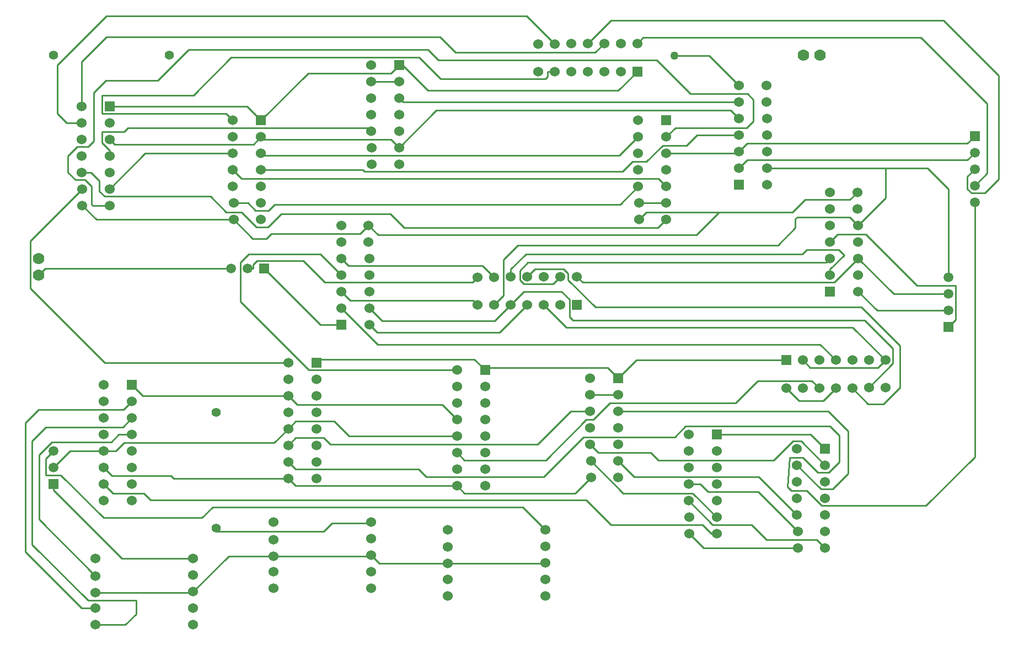
<source format=gbl>
%FSTAX23Y23*%
%MOIN*%
%SFA1B1*%

%IPPOS*%
%ADD12C,0.010000*%
%ADD22C,0.055120*%
%ADD23C,0.060000*%
%ADD24C,0.059060*%
%ADD25R,0.059060X0.059060*%
%ADD26C,0.070000*%
%ADD27R,0.060000X0.060000*%
%ADD28R,0.059060X0.059060*%
%ADD29R,0.060000X0.060000*%
%ADD30C,0.050000*%
%LNpcb1-1*%
%LPD*%
G54D12*
X06847Y03775D02*
X0693Y03858D01*
X06765Y03775D02*
X06847D01*
X0693Y03858D02*
Y04485D01*
X06595Y0482D02*
X0693Y04485D01*
X01045Y02385D02*
X01125Y02465D01*
X01045Y01606D02*
Y02385D01*
Y01606D02*
X01386Y01265D01*
X01715Y0123D02*
Y01313D01*
X0165Y01165D02*
X01715Y0123D01*
X0147Y01165D02*
X0165D01*
X029Y0178D02*
X0314D01*
X022Y0173D02*
X0285D01*
X029Y0178*
X0442Y023D02*
X04971D01*
X0418Y0206D02*
X0442Y023D01*
X03468Y0206D02*
X0418D01*
X05886Y03356D02*
X0591Y0338D01*
X04084Y03356D02*
X05886D01*
X06246Y03925D02*
X065D01*
X06245Y03923D02*
X06246Y03925D01*
X06245Y03745D02*
Y03923D01*
X0608Y0358D02*
X06245Y03745D01*
X0646Y04715D02*
X0686Y04315D01*
X0478Y04715D02*
X0646D01*
X04745Y0468D02*
X0478Y04715D01*
X0686Y03895D02*
Y04315D01*
X04585Y0482D02*
X06595D01*
X04075Y04845D02*
X04245Y04675D01*
X01536Y04845D02*
X04075D01*
X0124Y04549D02*
X01536Y04845D01*
X01295Y042D02*
X01385D01*
X0124Y04255D02*
X01295Y042D01*
X0124Y04255D02*
Y04549D01*
X02423Y0332D02*
Y03342D01*
X0242Y035D02*
X02501D01*
X02531Y0353*
X02305Y03615D02*
X0242Y035D01*
X0307Y0353D02*
X0312Y0358D01*
X02531Y0353D02*
X0307D01*
X01425Y01313D02*
X01715D01*
X04185Y01535D02*
X0419Y0154D01*
X0313Y0158D02*
X03135Y01585D01*
X02545Y0158D02*
X0313D01*
X01845Y04455D02*
X02033Y04643D01*
X01533Y04455D02*
X01845D01*
X01459Y04381D02*
X01533Y04455D01*
X01405Y03855D02*
X01445Y03815D01*
Y03708D02*
Y03815D01*
Y03708D02*
X01453Y037D01*
X04565Y0272D02*
X0463Y02655D01*
X0384Y0272D02*
X04565D01*
X03825Y02705D02*
X0384Y0272D01*
X0376Y0277D02*
X03825Y02705D01*
X02825Y0277D02*
X0376D01*
X02805Y0275D02*
X02825Y0277D01*
X05445Y0421D02*
Y0434D01*
X05405Y0417D02*
X05445Y0421D01*
X04975Y0417D02*
X05405D01*
X05411Y04374D02*
X05445Y0434D01*
X05067Y04374D02*
X05411D01*
X0247Y04015D02*
X02483Y04002D01*
X0247Y04115D02*
X02485Y041D01*
X0348Y04395D02*
X0463D01*
X03325Y0455D02*
X0348Y04395D01*
X03305Y0455D02*
X03325D01*
X0463Y04395D02*
X04745Y0451D01*
X03555Y04465D02*
X0419D01*
X03425Y04595D02*
X03555Y04465D01*
X0229Y04595D02*
X03425D01*
X04861Y0458D02*
X05067Y04374D01*
X03544Y0458D02*
X04861D01*
X0348Y04643D02*
X03544Y0458D01*
X01535Y0472D02*
X03551D01*
X01385Y0457D02*
X01535Y0472D01*
X01385Y043D02*
Y0457D01*
X03551Y0472D02*
X03647Y04624D01*
X0535Y04015D02*
X0536Y04025D01*
X0492Y04015D02*
X0535D01*
X0406Y03225D02*
X04235D01*
X04035Y0325D02*
X0406Y03225D01*
X04235D02*
X0428Y0327D01*
X05742Y03405D02*
X0577Y03433D01*
X04071Y03405D02*
X05742D01*
X0398Y03314D02*
X04071Y03405D01*
X05595Y0346D02*
X057Y03565D01*
X04021Y0346D02*
X05595D01*
X03935Y03373D02*
X04021Y0346D01*
X057Y03565D02*
Y03618D01*
X05711Y0363D02*
X0603D01*
X057Y03618D02*
X05711Y0363D01*
X0524Y0366D02*
X05683D01*
X048D02*
X0524D01*
X05102Y03522D02*
X0524Y0366D01*
X03178Y03522D02*
X05102D01*
X05758Y03735D02*
X0603D01*
X05683Y0366D02*
X05758Y03735D01*
X06785Y0382D02*
X0686Y03895D01*
X04445Y0468D02*
X04585Y0482D01*
X02055Y0136D02*
X0206Y01365D01*
X0147Y0136D02*
X02055D01*
X0117Y0236D02*
X01635D01*
X01087Y02277D02*
X0117Y0236D01*
X01087Y0165D02*
Y02277D01*
X01125Y02465D02*
X0164D01*
X06785Y0218D02*
Y0372D01*
X0649Y01885D02*
X06785Y0218D01*
X0586Y01885D02*
X0649D01*
X0163Y01565D02*
X0206D01*
X01215Y0198D02*
X0163Y01565D01*
X01215Y0198D02*
Y02015D01*
X02726Y03364D02*
X02856Y03235D01*
X02445Y03364D02*
X02726D01*
X02423Y03342D02*
X02445Y03364D01*
X0553Y03925D02*
X06245D01*
X0247Y04215D02*
X02755Y045D01*
X03255*
X03305Y0455*
X0249Y0332D02*
X0283Y0298D01*
X02955*
X01755Y0255D02*
X02635D01*
X0169Y02615D02*
X01755Y0255D01*
X02635D02*
X0269Y02495D01*
X03565*
X03655Y02405*
X0463Y02655D02*
X0474Y02765D01*
X05645*
X02828Y03406D02*
X02955Y0328D01*
X02396Y03406D02*
X02828D01*
X02345Y03354D02*
X02396Y03406D01*
X02345Y0312D02*
Y03354D01*
Y0312D02*
X0276Y02705D01*
X03655*
X05645Y02595D02*
X05721Y02518D01*
X05868*
X05945Y02595*
X0239Y0332D02*
X02423D01*
X02856Y03235D02*
X0375D01*
X0378Y03265*
X03655Y02005D02*
X037Y0196D01*
X0437*
X04465Y02055*
X0312Y0358D02*
X03178Y03522D01*
X02635Y0215D02*
X0268Y02105D01*
X03423*
X03468Y0206*
X04971Y023D02*
X05037Y02366D01*
X05908*
X05966Y02308*
Y0215D02*
Y02308D01*
X05901Y02085D02*
X05966Y0215D01*
X05835Y02085D02*
X05901D01*
X05745Y02175D02*
X05835Y02085D01*
X05665Y02175D02*
X05745D01*
X05651Y02D02*
X05665Y02175D01*
X05651Y02D02*
X05676Y01975D01*
X0577*
X0586Y01885*
X0548Y0206D02*
X0571Y0183D01*
X04725Y0206D02*
X0548D01*
X0463Y02155D02*
X04725Y0206D01*
X04203Y0451D02*
X04245D01*
X04203Y04478D02*
Y0451D01*
X0419Y04465D02*
X04203Y04478D01*
X02061Y04366D02*
X0229Y04595D01*
X0151Y04366D02*
X02061D01*
X0151Y04255D02*
Y04366D01*
Y04255D02*
X0226D01*
X023Y04215*
X0536Y04025D02*
X0541Y04075D01*
X0674*
X06785Y0412*
X03125Y0298D02*
X03173Y02932D01*
X03912*
X0408Y031*
X0585Y02859D02*
X05945Y02765D01*
X03175Y02859D02*
X0585D01*
X02955Y0308D02*
X03175Y02859D01*
X0492Y04115D02*
X04975Y0417D01*
X02033Y04643D02*
X0348D01*
X01459Y04089D02*
Y04381D01*
X01425Y04055D02*
X01459Y04089D01*
X01358Y04055D02*
X01425D01*
X01303Y04D02*
X01358Y04055D01*
X01303Y039D02*
Y04D01*
Y039D02*
X01348Y03855D01*
X01405*
X01453Y037D02*
X01555D01*
X01075Y03485D02*
X0139Y038D01*
X01075Y032D02*
Y03485D01*
Y032D02*
X01525Y0275D01*
X02635*
X04341Y02455D02*
X0446D01*
X04142Y02256D02*
X04341Y02455D01*
X02889Y02256D02*
X04142D01*
X0285Y02295D02*
X02889Y02256D01*
X0268Y02295D02*
X0285D01*
X02635Y0225D02*
X0268Y02295D01*
X05194Y01715D02*
X05225D01*
X05139Y0177D02*
X05194Y01715D01*
X04586Y0177D02*
X05139D01*
X04437Y01918D02*
X04586Y0177D01*
X01802Y01918D02*
X04437D01*
X01761Y0196D02*
X01802Y01918D01*
X01575Y0196D02*
X01761D01*
X0152Y02015D02*
X01575Y0196D01*
X04489Y04624D02*
X04545Y0468D01*
X03647Y04624D02*
X04489D01*
X05055Y02015D02*
X05126D01*
X05171Y0197*
X05475*
X05715Y0173*
X0497Y04605D02*
X0518D01*
X0536Y04425*
X02425Y0407D02*
X0247Y04115D01*
X01585Y0407D02*
X02425D01*
X01555Y041D02*
X01585Y0407D01*
X0531Y04275D02*
X0536Y04225D01*
X0353Y04275D02*
X0531D01*
X03305Y0405D02*
X0353Y04275D01*
X04465Y02155D02*
X0466Y0196D01*
X0508*
X05225Y01815*
X0536Y03925D02*
X0541Y03975D01*
X0674*
X06785Y0402*
X0333Y04325D02*
X0536D01*
X03305Y0435D02*
X0333Y04325D01*
X01555Y04D02*
Y04033D01*
X0151Y04078D02*
X01555Y04033D01*
X0151Y04078D02*
Y04145D01*
X01642*
X01665Y04168*
X03117*
X03135Y0415*
X01165Y0332D02*
X0229D01*
X01125Y0328D02*
X01165Y0332D01*
X058Y0264D02*
X05845Y02595D01*
X05473Y0264D02*
X058D01*
X05338Y02505D02*
X05473Y0264D01*
X0458Y02505D02*
X05338D01*
X0448Y02405D02*
X0458Y02505D01*
X04437Y02405D02*
X0448D01*
X04192Y0216D02*
X04437Y02405D01*
X037Y0216D02*
X04192D01*
X03655Y02205D02*
X037Y0216D01*
X0152Y02215D02*
X01593D01*
X01643Y02265*
X0255*
X02635Y0235*
X0591Y0348D02*
X05955Y03525D01*
X06125*
X06435Y03215*
X0667*
Y0301D02*
Y03215D01*
X06625Y02965D02*
X0667Y0301D01*
X04053Y01877D02*
X0419Y0174D01*
X0218Y01877D02*
X04053D01*
X02114Y01811D02*
X0218Y01877D01*
X01519Y01811D02*
X02114D01*
X0126Y0207D02*
X01519Y01811D01*
X0117Y0207D02*
X0126D01*
X0117D02*
Y0217D01*
X01215Y02215*
X03135Y01785D02*
X0314Y0178D01*
X03185Y01535D02*
X036D01*
X03135Y01585D02*
X03185Y01535D01*
X01128Y01801D02*
X0147Y0146D01*
X01128Y01801D02*
Y02193D01*
X01205Y0227*
X01565*
X0161Y02315*
X0169*
X01087Y0165D02*
X01425Y01313D01*
X01635Y0236D02*
X0169Y02415D01*
X05225Y02315D02*
X05673D01*
X05674Y02316*
X05793*
X0588Y0223*
X0446Y02255D02*
X0451Y02205D01*
X04826*
X04871Y0216*
X0557*
X05685Y02275*
X05735*
X0588Y0213*
X0571D02*
X05855Y01985D01*
X05925*
X06018Y02078*
Y02336*
X059Y02455D02*
X06018Y02336D01*
X0463Y02455D02*
X059D01*
X0247Y03915D02*
X03085D01*
X03095Y03905*
X04655*
X04715Y03965*
X048*
X04898Y04063*
X05044*
X05106Y04125*
X0536*
X062Y0272D02*
X06245Y02765D01*
X0579Y0272D02*
X062D01*
X05745Y02765D02*
X0579Y0272D01*
X04035Y03307D02*
X04084Y03356D01*
X04035Y0325D02*
Y03307D01*
X02635Y0205D02*
X0268Y02005D01*
X03655*
X06295Y03165D02*
X06625D01*
X0608Y0338D02*
X06295Y03165D01*
X0591Y0328D02*
Y03315D01*
X05995Y034*
X05962Y03433D02*
X05995Y034D01*
X0577Y03433D02*
X05962D01*
X0398Y0327D02*
Y03314D01*
Y031D02*
X04059Y03179D01*
X04286*
X04335Y03131*
Y03026D02*
Y03131D01*
Y03026D02*
X04357Y03004D01*
X0612*
X0629Y02834*
Y02745D02*
Y02834D01*
X06145Y026D02*
X0629Y02745D01*
X01315Y02215D02*
X0152D01*
X01215Y02115D02*
X01315Y02215D01*
X01941Y0205D02*
X02635D01*
X01926Y02065D02*
X01941Y0205D01*
X0157Y02065D02*
X01926D01*
X0152Y02115D02*
X0157Y02065D01*
X05145Y0163D02*
X05715D01*
X0506Y01715D02*
X05145Y0163D01*
X0164Y02465D02*
X0169Y02515D01*
X01386Y01265D02*
X0147D01*
X0674Y038D02*
X06765Y03775D01*
X0674Y038D02*
Y03875D01*
X06785Y0392*
X01385Y039D02*
X01442D01*
X01492Y0385*
Y03787D02*
Y0385D01*
Y03787D02*
X01525Y03755D01*
X02165*
X0226Y0366*
X02353*
X02443Y0357*
X02513*
X02592Y03649*
X03252*
X03337Y03564*
X04869*
X0492Y03615*
X03002Y02305D02*
X03655D01*
X02912Y02395D02*
X03002Y02305D01*
X0268Y02395D02*
X02912D01*
X02635Y0235D02*
X0268Y02395D01*
X06045Y02595D02*
X0614Y025D01*
X06232*
X06332Y026*
Y02852*
X061Y03084D02*
X06332Y02852D01*
X04491Y03084D02*
X061D01*
X04325Y0325D02*
X04491Y03084D01*
X04325Y0325D02*
Y0329D01*
X043Y03315D02*
X04325Y0329D01*
X04125Y03315D02*
X043D01*
X0408Y0327D02*
X04125Y03315D01*
X0603Y0363D02*
X0608Y0358D01*
X03935Y03155D02*
Y03373D01*
X0388Y031D02*
X03935Y03155D01*
X06195Y03065D02*
X06625D01*
X0608Y0318D02*
X06195Y03065D01*
X0418Y031D02*
X04317Y02962D01*
X06047*
X06245Y02765*
X03125Y0308D02*
X03203Y03002D01*
X03882*
X0398Y031*
X06625Y03265D02*
Y038D01*
X065Y03925D02*
X06625Y038D01*
X01475Y03615D02*
X02305D01*
X0139Y037D02*
X01475Y03615D01*
X0438Y0327D02*
X04415Y03235D01*
X05935*
X0608Y0338*
X02385Y043D02*
X0247Y04215D01*
X01555Y043D02*
X02385D01*
X0381Y03335D02*
X0388Y03265D01*
X03Y03335D02*
X0381D01*
X02955Y0338D02*
X03Y03335D01*
X04642Y03707D02*
X0475Y03815D01*
X02552Y03707D02*
X04642D01*
X02515Y0367D02*
X02552Y03707D01*
X02436Y0367D02*
X02515D01*
X02391Y03715D02*
X02436Y0367D01*
X02305Y03715D02*
X02391D01*
X036Y01535D02*
X04185D01*
X02275Y0158D02*
X02545D01*
X0206Y01365D02*
X02275Y0158D01*
X05055Y01915D02*
X052Y0177D01*
X05436*
X05526Y0168*
X0583*
X0588Y0163*
X01555Y038D02*
X0177Y04015D01*
X023*
X04755Y03615D02*
X048Y0366D01*
X0603Y03735D02*
X06075Y0378D01*
X03753Y03127D02*
X0378Y031D01*
X03008Y03127D02*
X03753D01*
X02955Y0318D02*
X03008Y03127D01*
X02485Y041D02*
X03255D01*
X03305Y0405*
X04871Y03863D02*
X0492Y03815D01*
X02351Y03863D02*
X04871D01*
X023Y03915D02*
X02351Y03863D01*
X02483Y04002D02*
X04637D01*
X0475Y04115*
X04755Y03715D02*
X0492D01*
X03135Y0445D02*
X03305D01*
X0446Y02555D02*
X0463D01*
G54D22*
X01215Y0461D03*
X01915D03*
X022Y0245D03*
Y0175D03*
G54D23*
X0419Y0134D03*
Y0144D03*
Y0154D03*
Y0164D03*
Y0174D03*
X036D03*
Y01635D03*
Y01535D03*
Y0144D03*
Y0134D03*
X03135Y01385D03*
Y01485D03*
Y01585D03*
Y01685D03*
Y01785D03*
X02545D03*
Y0168D03*
Y0158D03*
Y01485D03*
Y01385D03*
X0206Y01165D03*
Y01265D03*
Y01365D03*
Y01465D03*
Y01565D03*
X0147D03*
Y0146D03*
Y0136D03*
Y01265D03*
Y01165D03*
X02805Y0205D03*
Y0215D03*
Y0225D03*
Y0235D03*
Y0245D03*
Y0255D03*
Y0265D03*
X02635Y0205D03*
Y0215D03*
Y0225D03*
Y0235D03*
Y0245D03*
Y0255D03*
Y0275D03*
Y0265D03*
X03825Y02005D03*
Y02105D03*
Y02205D03*
Y02305D03*
Y02405D03*
Y02505D03*
Y02605D03*
X03655Y02005D03*
Y02105D03*
Y02205D03*
Y02305D03*
Y02405D03*
Y02505D03*
Y02705D03*
Y02605D03*
X0169Y01915D03*
Y02015D03*
Y02115D03*
Y02215D03*
Y02315D03*
Y02415D03*
Y02515D03*
X0152Y01915D03*
Y02015D03*
Y02115D03*
Y02215D03*
Y02315D03*
Y02415D03*
Y02615D03*
Y02515D03*
X02305Y03615D03*
Y03715D03*
X023Y03815D03*
Y03915D03*
Y04015D03*
Y04115D03*
Y04215D03*
X0247Y04115D03*
Y04015D03*
Y03915D03*
Y03815D03*
Y03715D03*
Y03615D03*
X04145Y04675D03*
X04245D03*
X04345Y0468D03*
X04445D03*
X04545D03*
X04645D03*
X04745D03*
X04645Y0451D03*
X04545D03*
X04445D03*
X04345D03*
X04245D03*
X04145D03*
X0314Y0395D03*
Y0405D03*
X03135Y0415D03*
Y0425D03*
Y0435D03*
Y0445D03*
Y0455D03*
X03305Y0445D03*
Y0435D03*
Y0425D03*
Y0415D03*
Y0405D03*
Y0395D03*
X04755Y03615D03*
Y03715D03*
X0475Y03815D03*
Y03915D03*
Y04015D03*
Y04115D03*
Y04215D03*
X0492Y04115D03*
Y04015D03*
Y03915D03*
Y03815D03*
Y03715D03*
Y03615D03*
X05715Y0163D03*
Y0173D03*
X0571Y0183D03*
Y0193D03*
Y0203D03*
Y0213D03*
Y0223D03*
X0588Y0213D03*
Y0203D03*
Y0193D03*
Y0183D03*
Y0173D03*
Y0163D03*
X04465Y02055D03*
Y02155D03*
X0446Y02255D03*
Y02355D03*
Y02455D03*
Y02555D03*
Y02655D03*
X0463Y02555D03*
Y02455D03*
Y02355D03*
Y02255D03*
Y02155D03*
Y02055D03*
X0139Y037D03*
Y038D03*
X01385Y039D03*
Y04D03*
Y041D03*
Y042D03*
Y043D03*
X01555Y042D03*
Y041D03*
Y04D03*
Y039D03*
Y038D03*
Y037D03*
X0506Y01715D03*
Y01815D03*
X05055Y01915D03*
Y02015D03*
Y02115D03*
Y02215D03*
Y02315D03*
X05225Y02215D03*
Y02115D03*
Y02015D03*
Y01915D03*
Y01815D03*
Y01715D03*
X06245Y026D03*
X06145D03*
X06045Y02595D03*
X05945D03*
X05845D03*
X05745D03*
X05645D03*
X05745Y02765D03*
X05845D03*
X05945D03*
X06045D03*
X06145D03*
X06245D03*
X06075Y0378D03*
Y0368D03*
X0608Y0358D03*
Y0348D03*
Y0338D03*
Y0328D03*
Y0318D03*
X0591Y0328D03*
Y0338D03*
Y0348D03*
Y0358D03*
Y0368D03*
Y0378D03*
X0378Y03265D03*
X0388D03*
X0398Y0327D03*
X0408D03*
X0418D03*
X0428D03*
X0438D03*
X0428Y031D03*
X0418D03*
X0408D03*
X0398D03*
X0388D03*
X0378D03*
X0312Y0358D03*
Y0348D03*
X03125Y0338D03*
Y0328D03*
Y0318D03*
Y0308D03*
Y0298D03*
X02955Y0308D03*
Y0318D03*
Y0328D03*
Y0338D03*
Y0348D03*
Y0358D03*
X05525Y04425D03*
Y04325D03*
X0553Y04225D03*
Y04125D03*
Y04025D03*
Y03925D03*
Y03825D03*
X0536Y03925D03*
Y04025D03*
Y04125D03*
Y04225D03*
Y04325D03*
Y04425D03*
G54D24*
X06625Y03265D03*
Y03165D03*
Y03065D03*
X01215Y02115D03*
Y02215D03*
X0239Y0332D03*
X0229D03*
X06785Y0372D03*
Y0382D03*
Y0392D03*
Y0402D03*
G54D25*
X06625Y02965D03*
X01215Y02015D03*
X06785Y0412D03*
G54D26*
X0585Y0461D03*
X0575D03*
X01125Y0328D03*
Y0338D03*
G54D27*
X02805Y0275D03*
X03825Y02705D03*
X0169Y02615D03*
X0247Y04215D03*
X03305Y0455D03*
X0492Y04215D03*
X0588Y0223D03*
X0463Y02655D03*
X01555Y043D03*
X05225Y02315D03*
X0591Y0318D03*
X02955Y0298D03*
X0536Y03825D03*
G54D28*
X0249Y0332D03*
G54D29*
X04745Y0451D03*
X05645Y02765D03*
X0438Y031D03*
G54D30*
X0497Y04605D03*
M02*
</source>
